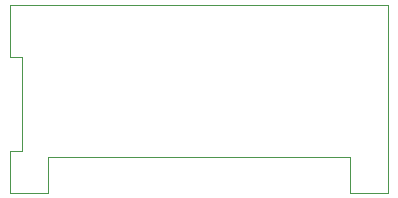
<source format=gbr>
G04 (created by PCBNEW (2013-mar-13)-stable) date Tue 09 Jun 2015 10:24:56 AM CEST*
%MOIN*%
G04 Gerber Fmt 3.4, Leading zero omitted, Abs format*
%FSLAX34Y34*%
G01*
G70*
G90*
G04 APERTURE LIST*
%ADD10C,0.005906*%
%ADD11C,0.003937*%
%ADD12C,0.003000*%
G04 APERTURE END LIST*
G54D10*
G54D11*
X49606Y-40944D02*
X49606Y-44094D01*
X60531Y-45472D02*
X61811Y-45472D01*
X60531Y-44291D02*
X60531Y-45472D01*
X50492Y-45472D02*
X50492Y-44291D01*
X49212Y-45472D02*
X50492Y-45472D01*
X49212Y-44094D02*
X49212Y-45472D01*
X49212Y-44094D02*
X49606Y-44094D01*
X49212Y-40944D02*
X49606Y-40944D01*
G54D12*
X49212Y-39212D02*
X49212Y-40944D01*
G54D11*
X50492Y-44291D02*
X60531Y-44291D01*
G54D12*
X61811Y-39212D02*
X61811Y-45472D01*
X49212Y-39212D02*
X61811Y-39212D01*
M02*

</source>
